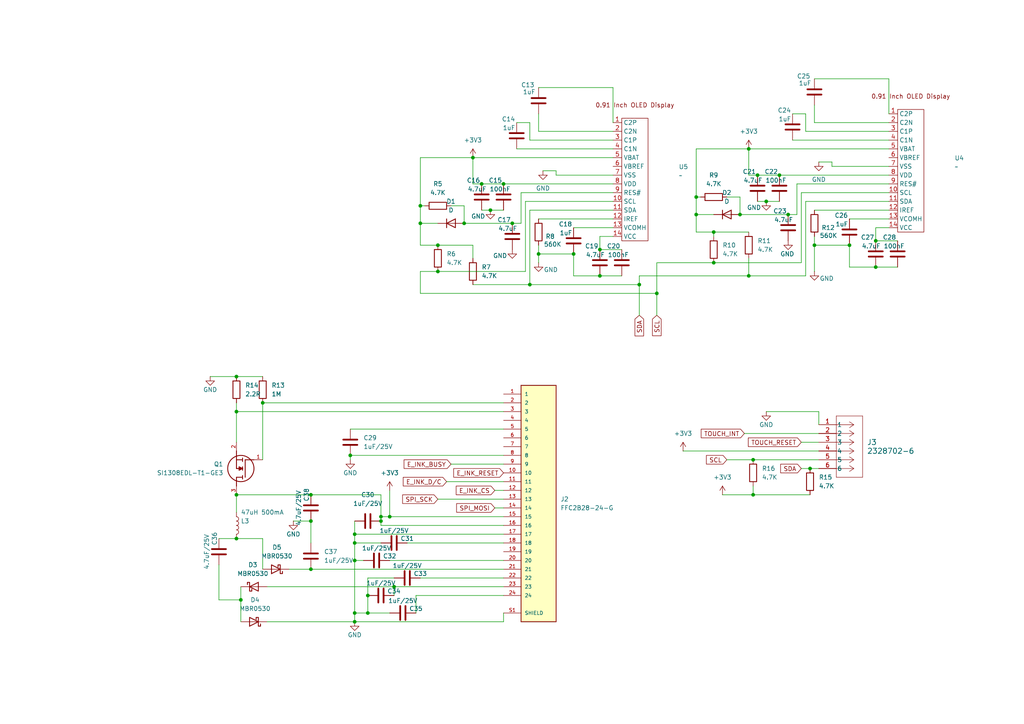
<source format=kicad_sch>
(kicad_sch (version 20250114) (generator "eeschema") (generator_version "9.0")
  (paper "A4")
  (lib_symbols
    (symbol "0.91 inch OLED:0.91_inch_OLED"
      (property "Reference" "U" (at 0 0 0))
      (symbol "0.91_inch_OLED_0_1"
        (rectangle (start -3.81 21.59) (end 3.81 -13.97))
      )
      (symbol "0.91_inch_OLED_1_1"
        (text "0.91 Inch OLED Display\n" (at 0 25.4 0) (effects (font (size 1.27 1.27))))
        (pin bidirectional line (at -6.35 20.32 0) (length 2.54) (name "C2P") (number "1"))
        (pin bidirectional line (at -6.35 17.78 0) (length 2.54) (name "C2N") (number "2"))
        (pin bidirectional line (at -6.35 15.24 0) (length 2.54) (name "C1P") (number "3"))
        (pin bidirectional line (at -6.35 12.7 0) (length 2.54) (name "C1N") (number "4"))
        (pin bidirectional line (at -6.35 10.16 0) (length 2.54) (name "VBAT") (number "5"))
        (pin bidirectional line (at -6.35 7.62 0) (length 2.54) (name "VBREF") (number "6"))
        (pin bidirectional line (at -6.35 5.08 0) (length 2.54) (name "VSS") (number "7"))
        (pin bidirectional line (at -6.35 2.54 0) (length 2.54) (name "VDD") (number "8"))
        (pin bidirectional line (at -6.35 0 0) (length 2.54) (name "RES#") (number "9"))
        (pin bidirectional line (at -6.35 -2.54 0) (length 2.54) (name "SCL") (number "10"))
        (pin bidirectional line (at -6.35 -5.08 0) (length 2.54) (name "SDA") (number "11"))
        (pin bidirectional line (at -6.35 -7.62 0) (length 2.54) (name "IREF") (number "12"))
        (pin bidirectional line (at -6.35 -10.16 0) (length 2.54) (name "VCOMH") (number "13"))
        (pin bidirectional line (at -6.35 -12.7 0) (length 2.54) (name "VCC") (number "14"))
      )
    )
    (symbol "2328702-6:2328702-6" (pin_names (offset 0.254))
      (property "Reference" "J" (at 8.89 6.35 0))
      (property "Value" "2328702-6" (at 0 0 0))
      (symbol "2328702-6_1_1"
        (polyline (pts (xy 5.08 2.54) (xy 5.08 -15.24)) (stroke (width 0.127)))
        (polyline (pts (xy 5.08 -15.24) (xy 12.7 -15.24)) (stroke (width 0.127)))
        (polyline (pts (xy 10.16 0) (xy 5.08 0)) (stroke (width 0.127)))
        (polyline (pts (xy 10.16 0) (xy 8.89 0.8467)) (stroke (width 0.127)))
        (polyline (pts (xy 10.16 0) (xy 8.89 -0.8467)) (stroke (width 0.127)))
        (polyline (pts (xy 10.16 -2.54) (xy 5.08 -2.54)) (stroke (width 0.127)))
        (polyline (pts (xy 10.16 -2.54) (xy 8.89 -1.6933)) (stroke (width 0.127)))
        (polyline (pts (xy 10.16 -2.54) (xy 8.89 -3.3867)) (stroke (width 0.127)))
        (polyline (pts (xy 10.16 -5.08) (xy 5.08 -5.08)) (stroke (width 0.127)))
        (polyline (pts (xy 10.16 -5.08) (xy 8.89 -4.2333)) (stroke (width 0.127)))
        (polyline (pts (xy 10.16 -5.08) (xy 8.89 -5.9267)) (stroke (width 0.127)))
        (polyline (pts (xy 10.16 -7.62) (xy 5.08 -7.62)) (stroke (width 0.127)))
        (polyline (pts (xy 10.16 -7.62) (xy 8.89 -6.7733)) (stroke (width 0.127)))
        (polyline (pts (xy 10.16 -7.62) (xy 8.89 -8.4667)) (stroke (width 0.127)))
        (polyline (pts (xy 10.16 -10.16) (xy 5.08 -10.16)) (stroke (width 0.127)))
        (polyline (pts (xy 10.16 -10.16) (xy 8.89 -9.3133)) (stroke (width 0.127)))
        (polyline (pts (xy 10.16 -10.16) (xy 8.89 -11.0067)) (stroke (width 0.127)))
        (polyline (pts (xy 10.16 -12.7) (xy 5.08 -12.7)) (stroke (width 0.127)))
        (polyline (pts (xy 10.16 -12.7) (xy 8.89 -11.8533)) (stroke (width 0.127)))
        (polyline (pts (xy 10.16 -12.7) (xy 8.89 -13.5467)) (stroke (width 0.127)))
        (polyline (pts (xy 12.7 2.54) (xy 5.08 2.54)) (stroke (width 0.127)))
        (polyline (pts (xy 12.7 -15.24) (xy 12.7 2.54)) (stroke (width 0.127)))
        (pin unspecified line (at 0 0 0) (length 5.08) (name "1") (number "1"))
        (pin unspecified line (at 0 -2.54 0) (length 5.08) (name "2") (number "2"))
        (pin unspecified line (at 0 -5.08 0) (length 5.08) (name "3") (number "3"))
        (pin unspecified line (at 0 -7.62 0) (length 5.08) (name "4") (number "4"))
        (pin unspecified line (at 0 -10.16 0) (length 5.08) (name "5") (number "5"))
        (pin unspecified line (at 0 -12.7 0) (length 5.08) (name "6") (number "6"))
      )
      (symbol "2328702-6_1_2"
        (polyline (pts (xy 5.08 2.54) (xy 5.08 -15.24)) (stroke (width 0.127)))
        (polyline (pts (xy 5.08 -15.24) (xy 12.7 -15.24)) (stroke (width 0.127)))
        (polyline (pts (xy 7.62 0) (xy 5.08 0)) (stroke (width 0.127)))
        (polyline (pts (xy 7.62 0) (xy 8.89 0.8467)) (stroke (width 0.127)))
        (polyline (pts (xy 7.62 0) (xy 8.89 -0.8467)) (stroke (width 0.127)))
        (polyline (pts (xy 7.62 -2.54) (xy 5.08 -2.54)) (stroke (width 0.127)))
        (polyline (pts (xy 7.62 -2.54) (xy 8.89 -1.6933)) (stroke (width 0.127)))
        (polyline (pts (xy 7.62 -2.54) (xy 8.89 -3.3867)) (stroke (width 0.127)))
        (polyline (pts (xy 7.62 -5.08) (xy 5.08 -5.08)) (stroke (width 0.127)))
        (polyline (pts (xy 7.62 -5.08) (xy 8.89 -4.2333)) (stroke (width 0.127)))
        (polyline (pts (xy 7.62 -5.08) (xy 8.89 -5.9267)) (stroke (width 0.127)))
        (polyline (pts (xy 7.62 -7.62) (xy 5.08 -7.62)) (stroke (width 0.127)))
        (polyline (pts (xy 7.62 -7.62) (xy 8.89 -6.7733)) (stroke (width 0.127)))
        (polyline (pts (xy 7.62 -7.62) (xy 8.89 -8.4667)) (stroke (width 0.127)))
        (polyline (pts (xy 7.62 -10.16) (xy 5.08 -10.16)) (stroke (width 0.127)))
        (polyline (pts (xy 7.62 -10.16) (xy 8.89 -9.3133)) (stroke (width 0.127)))
        (polyline (pts (xy 7.62 -10.16) (xy 8.89 -11.0067)) (stroke (width 0.127)))
        (polyline (pts (xy 7.62 -12.7) (xy 5.08 -12.7)) (stroke (width 0.127)))
        (polyline (pts (xy 7.62 -12.7) (xy 8.89 -11.8533)) (stroke (width 0.127)))
        (polyline (pts (xy 7.62 -12.7) (xy 8.89 -13.5467)) (stroke (width 0.127)))
        (polyline (pts (xy 12.7 2.54) (xy 5.08 2.54)) (stroke (width 0.127)))
        (polyline (pts (xy 12.7 -15.24) (xy 12.7 2.54)) (stroke (width 0.127)))
        (pin unspecified line (at 0 0 0) (length 5.08) (name "1") (number "1"))
        (pin unspecified line (at 0 -2.54 0) (length 5.08) (name "2") (number "2"))
        (pin unspecified line (at 0 -5.08 0) (length 5.08) (name "3") (number "3"))
        (pin unspecified line (at 0 -7.62 0) (length 5.08) (name "4") (number "4"))
        (pin unspecified line (at 0 -10.16 0) (length 5.08) (name "5") (number "5"))
        (pin unspecified line (at 0 -12.7 0) (length 5.08) (name "6") (number "6"))
      )
    )
    (symbol "Device:C" (pin_numbers (hide yes)) (pin_names (offset 0.254))
      (property "Reference" "C" (at 0.635 2.54 0))
      (property "Value" "C" (at 0.635 -2.54 0))
      (symbol "C_0_1"
        (polyline (pts (xy -2.032 0.762) (xy 2.032 0.762)) (stroke (width 0.508)))
        (polyline (pts (xy -2.032 -0.762) (xy 2.032 -0.762)) (stroke (width 0.508)))
      )
      (symbol "C_1_1"
        (pin passive line (at 0 3.81 270) (length 2.794) (name "~") (number "1"))
        (pin passive line (at 0 -3.81 90) (length 2.794) (name "~") (number "2"))
      )
    )
    (symbol "Device:D" (pin_numbers (hide yes)) (pin_names (offset 1.016) (hide yes))
      (property "Reference" "D" (at 0 2.54 0))
      (property "Value" "D" (at 0 -2.54 0))
      (symbol "D_0_1"
        (polyline (pts (xy -1.27 1.27) (xy -1.27 -1.27)) (stroke (width 0.254)))
        (polyline (pts (xy 1.27 1.27) (xy 1.27 -1.27) (xy -1.27 0) (xy 1.27 1.27)) (stroke (width 0.254)))
        (polyline (pts (xy 1.27 0) (xy -1.27 0)))
      )
      (symbol "D_1_1"
        (pin passive line (at -3.81 0 0) (length 2.54) (name "K") (number "1"))
        (pin passive line (at 3.81 0 180) (length 2.54) (name "A") (number "2"))
      )
    )
    (symbol "Device:D_Schottky" (pin_numbers (hide yes)) (pin_names (offset 1.016) (hide yes))
      (property "Reference" "D" (at 0 2.54 0))
      (property "Value" "D_Schottky" (at 0 -2.54 0))
      (symbol "D_Schottky_0_1"
        (polyline (pts (xy -1.905 0.635) (xy -1.905 1.27) (xy -1.27 1.27) (xy -1.27 -1.27) (xy -0.635 -1.27) (xy -0.635 -0.635)) (stroke (width 0.254)))
        (polyline (pts (xy 1.27 1.27) (xy 1.27 -1.27) (xy -1.27 0) (xy 1.27 1.27)) (stroke (width 0.254)))
        (polyline (pts (xy 1.27 0) (xy -1.27 0)))
      )
      (symbol "D_Schottky_1_1"
        (pin passive line (at -3.81 0 0) (length 2.54) (name "K") (number "1"))
        (pin passive line (at 3.81 0 180) (length 2.54) (name "A") (number "2"))
      )
    )
    (symbol "Device:L" (pin_numbers (hide yes)) (pin_names (offset 1.016) (hide yes))
      (property "Reference" "L" (at -1.27 0 90))
      (property "Value" "L" (at 1.905 0 90))
      (symbol "L_0_1"
        (arc (start 0 2.54) (mid 0.6323 1.905) (end 0 1.27))
        (arc (start 0 1.27) (mid 0.6323 0.635) (end 0 0))
        (arc (start 0 0) (mid 0.6323 -0.635) (end 0 -1.27))
        (arc (start 0 -1.27) (mid 0.6323 -1.905) (end 0 -2.54))
      )
      (symbol "L_1_1"
        (pin passive line (at 0 3.81 270) (length 1.27) (name "1") (number "1"))
        (pin passive line (at 0 -3.81 90) (length 1.27) (name "2") (number "2"))
      )
    )
    (symbol "Device:R" (pin_numbers (hide yes)) (pin_names (offset 0))
      (property "Reference" "R" (at 2.032 0 90))
      (property "Value" "R" (at 0 0 90))
      (symbol "R_0_1"
        (rectangle (start -1.016 -2.54) (end 1.016 2.54) (stroke (width 0.254)))
      )
      (symbol "R_1_1"
        (pin passive line (at 0 3.81 270) (length 1.27) (name "~") (number "1"))
        (pin passive line (at 0 -3.81 90) (length 1.27) (name "~") (number "2"))
      )
    )
    (symbol "FFC2B28-24-G:FFC2B28-24-G" (pin_names (offset 1.016))
      (property "Reference" "J" (at -5.08 33.782 0))
      (property "Value" "FFC2B28-24-G" (at -5.08 -38.1 0))
      (symbol "FFC2B28-24-G_0_0"
        (rectangle (start -5.08 -35.56) (end 5.08 33.02) (stroke (width 0.254)) (fill (type background)))
        (pin passive line (at -10.16 30.48 0) (length 5.08) (name "1") (number "1"))
        (pin passive line (at -10.16 27.94 0) (length 5.08) (name "2") (number "2"))
        (pin passive line (at -10.16 25.4 0) (length 5.08) (name "3") (number "3"))
        (pin passive line (at -10.16 22.86 0) (length 5.08) (name "4") (number "4"))
        (pin passive line (at -10.16 20.32 0) (length 5.08) (name "5") (number "5"))
        (pin passive line (at -10.16 17.78 0) (length 5.08) (name "6") (number "6"))
        (pin passive line (at -10.16 15.24 0) (length 5.08) (name "7") (number "7"))
        (pin passive line (at -10.16 12.7 0) (length 5.08) (name "8") (number "8"))
        (pin passive line (at -10.16 10.16 0) (length 5.08) (name "9") (number "9"))
        (pin passive line (at -10.16 7.62 0) (length 5.08) (name "10") (number "10"))
        (pin passive line (at -10.16 5.08 0) (length 5.08) (name "11") (number "11"))
        (pin passive line (at -10.16 2.54 0) (length 5.08) (name "12") (number "12"))
        (pin passive line (at -10.16 0 0) (length 5.08) (name "13") (number "13"))
        (pin passive line (at -10.16 -2.54 0) (length 5.08) (name "14") (number "14"))
        (pin passive line (at -10.16 -5.08 0) (length 5.08) (name "15") (number "15"))
        (pin passive line (at -10.16 -7.62 0) (length 5.08) (name "16") (number "16"))
        (pin passive line (at -10.16 -10.16 0) (length 5.08) (name "17") (number "17"))
        (pin passive line (at -10.16 -12.7 0) (length 5.08) (name "18") (number "18"))
        (pin passive line (at -10.16 -15.24 0) (length 5.08) (name "19") (number "19"))
        (pin passive line (at -10.16 -17.78 0) (length 5.08) (name "20") (number "20"))
        (pin passive line (at -10.16 -20.32 0) (length 5.08) (name "21") (number "21"))
        (pin passive line (at -10.16 -22.86 0) (length 5.08) (name "22") (number "22"))
        (pin passive line (at -10.16 -25.4 0) (length 5.08) (name "23") (number "23"))
        (pin passive line (at -10.16 -27.94 0) (length 5.08) (name "24") (number "24"))
        (pin passive line (at -10.16 -33.02 0) (length 5.08) (name "SHIELD") (number "S1"))
        (pin passive line (at -10.16 -33.02 0) (length 5.08) (hide yes) (name "SHIELD") (number "S2"))
      )
    )
    (symbol "SI1308EDL-T1-GE3:SI1308EDL-T1-GE3" (pin_names (offset 1.016))
      (property "Reference" "Q" (at 11.43 3.81 0))
      (property "Value" "SI1308EDL-T1-GE3" (at 11.43 1.27 0))
      (symbol "SI1308EDL-T1-GE3_0_0"
        (polyline (pts (xy 2.54 0) (xy 5.08 0)) (stroke (width 0.254)))
        (polyline (pts (xy 5.08 5.08) (xy 5.08 0)) (stroke (width 0.254)))
        (polyline (pts (xy 5.842 5.588) (xy 5.842 4.572)) (stroke (width 0.254)))
        (polyline (pts (xy 5.842 2.54) (xy 6.858 3.048) (xy 6.858 2.032) (xy 5.842 2.54)) (stroke (width 0.254)) (fill (type outline)))
        (polyline (pts (xy 5.842 2.032) (xy 5.842 3.048)) (stroke (width 0.254)))
        (polyline (pts (xy 5.842 0) (xy 7.62 0)) (stroke (width 0.254)))
        (polyline (pts (xy 5.842 -0.508) (xy 5.842 0.508)) (stroke (width 0.254)))
        (circle (center 6.35 2.54) (radius 3.81) (stroke (width 0.254)))
        (polyline (pts (xy 7.62 5.08) (xy 5.842 5.08)) (stroke (width 0.254)))
        (polyline (pts (xy 7.62 5.08) (xy 7.62 7.62)) (stroke (width 0.254)))
        (polyline (pts (xy 7.62 2.54) (xy 5.842 2.54)) (stroke (width 0.254)))
        (polyline (pts (xy 7.62 2.54) (xy 7.62 -2.54)) (stroke (width 0.254)))
        (pin bidirectional line (at 0 0 0) (length 2.54) (name "~") (number "1"))
        (pin bidirectional line (at 7.62 10.16 270) (length 2.54) (name "~") (number "3"))
        (pin bidirectional line (at 7.62 -5.08 90) (length 2.54) (name "~") (number "2"))
      )
    )
    (symbol "power:+3V3" (power) (pin_numbers (hide yes)) (pin_names (offset 0) (hide yes))
      (property "Value" "+3V3" (at 0 3.556 0))
      (symbol "+3V3_0_1"
        (polyline (pts (xy -0.762 1.27) (xy 0 2.54)))
        (polyline (pts (xy 0 2.54) (xy 0.762 1.27)))
        (polyline (pts (xy 0 0) (xy 0 2.54)))
      )
      (symbol "+3V3_1_1"
        (pin power_in line (at 0 0 90) (length 0) (name "~") (number "1"))
      )
    )
    (symbol "power:GND" (power) (pin_numbers (hide yes)) (pin_names (offset 0) (hide yes))
      (property "Value" "GND" (at 0 -3.81 0))
      (symbol "GND_0_1"
        (polyline (pts (xy 0 0) (xy 0 -1.27) (xy 1.27 -1.27) (xy 0 -2.54) (xy -1.27 -1.27) (xy 0 -1.27)))
      )
      (symbol "GND_1_1"
        (pin power_in line (at 0 0 270) (length 0) (name "~") (number "1"))
      )
    )
  )
  (junction (at 110.49 151.13))
  (junction (at 201.93 62.23))
  (junction (at 114.3 170.18))
  (junction (at 217.17 43.18))
  (junction (at 102.87 157.48))
  (junction (at 207.01 67.31))
  (junction (at 148.59 64.77))
  (junction (at 127 78.74))
  (junction (at 102.87 177.8))
  (junction (at 153.67 82.55))
  (junction (at 219.71 50.8))
  (junction (at 68.58 119.38))
  (junction (at 137.16 45.72))
  (junction (at 134.62 64.77))
  (junction (at 246.38 71.12))
  (junction (at 234.95 135.89))
  (junction (at 102.87 154.94))
  (junction (at 228.6 62.23))
  (junction (at 254 77.47))
  (junction (at 102.87 162.56))
  (junction (at 121.92 64.77))
  (junction (at 218.44 143.51))
  (junction (at 222.25 58.42))
  (junction (at 139.7 53.34))
  (junction (at 190.5 85.09))
  (junction (at 106.68 177.8))
  (junction (at 207.01 76.2))
  (junction (at 69.85 173.99))
  (junction (at 173.99 72.39))
  (junction (at 173.99 80.01))
  (junction (at 121.92 59.69))
  (junction (at 214.63 62.23))
  (junction (at 110.49 149.86))
  (junction (at 217.17 80.01))
  (junction (at 146.05 53.34))
  (junction (at 142.24 60.96))
  (junction (at 185.42 82.55))
  (junction (at 90.17 165.1))
  (junction (at 76.2 116.84))
  (junction (at 90.17 143.51))
  (junction (at 127 71.12))
  (junction (at 226.06 50.8))
  (junction (at 68.58 109.22))
  (junction (at 236.22 71.12))
  (junction (at 156.21 73.66))
  (junction (at 106.68 172.72))
  (junction (at 68.58 156.21))
  (junction (at 113.03 149.86))
  (junction (at 102.87 180.34))
  (junction (at 201.93 57.15))
  (junction (at 90.17 151.13))
  (junction (at 166.37 73.66))
  (junction (at 254 69.85))
  (junction (at 218.44 133.35))
  (junction (at 101.6 132.08))
  (junction (at 68.58 143.51))
  (wire (pts (xy 234.95 143.51) (xy 218.44 143.51)))
  (wire (pts (xy 76.2 116.84) (xy 76.2 133.35)))
  (wire (pts (xy 127 78.74) (xy 152.4 78.74)))
  (wire (pts (xy 151.13 55.88) (xy 151.13 64.77)))
  (wire (pts (xy 198.12 130.81) (xy 237.49 130.81)))
  (wire (pts (xy 231.14 62.23) (xy 228.6 62.23)))
  (wire (pts (xy 254 69.85) (xy 260.35 69.85)))
  (wire (pts (xy 201.93 62.23) (xy 201.93 57.15)))
  (wire (pts (xy 156.21 38.1) (xy 177.8 38.1)))
  (wire (pts (xy 210.82 133.35) (xy 218.44 133.35)))
  (wire (pts (xy 113.03 177.8) (xy 106.68 177.8)))
  (wire (pts (xy 173.99 80.01) (xy 166.37 80.01)))
  (wire (pts (xy 236.22 60.96) (xy 257.81 60.96)))
  (wire (pts (xy 233.68 80.01) (xy 233.68 58.42)))
  (wire (pts (xy 113.03 142.24) (xy 113.03 149.86)))
  (wire (pts (xy 121.92 71.12) (xy 127 71.12)))
  (wire (pts (xy 77.47 170.18) (xy 114.3 170.18)))
  (wire (pts (xy 210.82 57.15) (xy 214.63 57.15)))
  (wire (pts (xy 156.21 33.02) (xy 156.21 38.1)))
  (wire (pts (xy 219.71 58.42) (xy 222.25 58.42)))
  (wire (pts (xy 201.93 57.15) (xy 203.2 57.15)))
  (wire (pts (xy 60.96 109.22) (xy 68.58 109.22)))
  (wire (pts (xy 156.21 73.66) (xy 166.37 73.66)))
  (wire (pts (xy 257.81 66.04) (xy 254 66.04)))
  (wire (pts (xy 214.63 57.15) (xy 214.63 62.23)))
  (wire (pts (xy 166.37 80.01) (xy 166.37 73.66)))
  (wire (pts (xy 102.87 162.56) (xy 102.87 157.48)))
  (wire (pts (xy 156.21 76.2) (xy 156.21 73.66)))
  (wire (pts (xy 137.16 53.34) (xy 137.16 45.72)))
  (wire (pts (xy 201.93 43.18) (xy 201.93 57.15)))
  (wire (pts (xy 146.05 116.84) (xy 76.2 116.84)))
  (wire (pts (xy 102.87 162.56) (xy 105.41 162.56)))
  (wire (pts (xy 143.51 147.32) (xy 146.05 147.32)))
  (wire (pts (xy 153.67 40.64) (xy 153.67 35.56)))
  (wire (pts (xy 229.87 40.64) (xy 257.81 40.64)))
  (wire (pts (xy 190.5 76.2) (xy 207.01 76.2)))
  (wire (pts (xy 177.8 53.34) (xy 146.05 53.34)))
  (wire (pts (xy 69.85 170.18) (xy 69.85 173.99)))
  (wire (pts (xy 217.17 50.8) (xy 219.71 50.8)))
  (wire (pts (xy 231.14 53.34) (xy 231.14 62.23)))
  (wire (pts (xy 121.92 59.69) (xy 123.19 59.69)))
  (wire (pts (xy 222.25 58.42) (xy 226.06 58.42)))
  (wire (pts (xy 233.68 33.02) (xy 229.87 33.02)))
  (wire (pts (xy 137.16 74.93) (xy 137.16 71.12)))
  (wire (pts (xy 257.81 50.8) (xy 226.06 50.8)))
  (wire (pts (xy 156.21 63.5) (xy 177.8 63.5)))
  (wire (pts (xy 77.47 180.34) (xy 102.87 180.34)))
  (wire (pts (xy 102.87 157.48) (xy 110.49 157.48)))
  (wire (pts (xy 127 64.77) (xy 121.92 64.77)))
  (wire (pts (xy 237.49 119.38) (xy 222.25 119.38)))
  (wire (pts (xy 217.17 80.01) (xy 233.68 80.01)))
  (wire (pts (xy 217.17 43.18) (xy 201.93 43.18)))
  (wire (pts (xy 207.01 67.31) (xy 207.01 68.58)))
  (wire (pts (xy 246.38 77.47) (xy 246.38 71.12)))
  (wire (pts (xy 68.58 109.22) (xy 76.2 109.22)))
  (wire (pts (xy 152.4 78.74) (xy 152.4 58.42)))
  (wire (pts (xy 173.99 80.01) (xy 180.34 80.01)))
  (wire (pts (xy 177.8 40.64) (xy 153.67 40.64)))
  (wire (pts (xy 106.68 177.8) (xy 106.68 172.72)))
  (wire (pts (xy 134.62 59.69) (xy 134.62 64.77)))
  (wire (pts (xy 113.03 149.86) (xy 110.49 149.86)))
  (wire (pts (xy 236.22 71.12) (xy 246.38 71.12)))
  (wire (pts (xy 63.5 163.83) (xy 63.5 173.99)))
  (wire (pts (xy 146.05 53.34) (xy 139.7 53.34)))
  (wire (pts (xy 139.7 60.96) (xy 142.24 60.96)))
  (wire (pts (xy 152.4 58.42) (xy 177.8 58.42)))
  (wire (pts (xy 121.92 78.74) (xy 121.92 85.09)))
  (wire (pts (xy 121.92 45.72) (xy 121.92 59.69)))
  (wire (pts (xy 142.24 60.96) (xy 146.05 60.96)))
  (wire (pts (xy 118.11 157.48) (xy 146.05 157.48)))
  (wire (pts (xy 110.49 149.86) (xy 110.49 143.51)))
  (wire (pts (xy 226.06 50.8) (xy 219.71 50.8)))
  (wire (pts (xy 110.49 143.51) (xy 90.17 143.51)))
  (wire (pts (xy 209.55 143.51) (xy 218.44 143.51)))
  (wire (pts (xy 232.41 55.88) (xy 257.81 55.88)))
  (wire (pts (xy 137.16 45.72) (xy 177.8 45.72)))
  (wire (pts (xy 69.85 173.99) (xy 69.85 180.34)))
  (wire (pts (xy 137.16 45.72) (xy 121.92 45.72)))
  (wire (pts (xy 185.42 82.55) (xy 153.67 82.55)))
  (wire (pts (xy 236.22 30.48) (xy 236.22 35.56)))
  (wire (pts (xy 234.95 135.89) (xy 237.49 135.89)))
  (wire (pts (xy 137.16 53.34) (xy 139.7 53.34)))
  (wire (pts (xy 68.58 143.51) (xy 68.58 148.59)))
  (wire (pts (xy 137.16 71.12) (xy 127 71.12)))
  (wire (pts (xy 246.38 63.5) (xy 257.81 63.5)))
  (wire (pts (xy 102.87 177.8) (xy 106.68 177.8)))
  (wire (pts (xy 207.01 76.2) (xy 232.41 76.2)))
  (wire (pts (xy 177.8 25.4) (xy 177.8 35.56)))
  (wire (pts (xy 156.21 25.4) (xy 177.8 25.4)))
  (wire (pts (xy 218.44 143.51) (xy 218.44 140.97)))
  (wire (pts (xy 217.17 67.31) (xy 207.01 67.31)))
  (wire (pts (xy 232.41 128.27) (xy 237.49 128.27)))
  (wire (pts (xy 130.81 59.69) (xy 134.62 59.69)))
  (wire (pts (xy 146.05 149.86) (xy 113.03 149.86)))
  (wire (pts (xy 146.05 152.4) (xy 110.49 152.4)))
  (wire (pts (xy 173.99 68.58) (xy 173.99 72.39)))
  (wire (pts (xy 257.81 22.86) (xy 257.81 33.02)))
  (wire (pts (xy 236.22 22.86) (xy 257.81 22.86)))
  (wire (pts (xy 218.44 133.35) (xy 237.49 133.35)))
  (wire (pts (xy 129.54 139.7) (xy 146.05 139.7)))
  (wire (pts (xy 254 66.04) (xy 254 69.85)))
  (wire (pts (xy 113.03 162.56) (xy 146.05 162.56)))
  (wire (pts (xy 76.2 165.1) (xy 76.2 156.21)))
  (wire (pts (xy 156.21 73.66) (xy 156.21 71.12)))
  (wire (pts (xy 146.05 124.46) (xy 101.6 124.46)))
  (wire (pts (xy 217.17 50.8) (xy 217.17 43.18)))
  (wire (pts (xy 173.99 72.39) (xy 180.34 72.39)))
  (wire (pts (xy 101.6 133.35) (xy 101.6 132.08)))
  (wire (pts (xy 161.29 50.8) (xy 161.29 49.53)))
  (wire (pts (xy 217.17 43.18) (xy 257.81 43.18)))
  (wire (pts (xy 185.42 80.01) (xy 185.42 82.55)))
  (wire (pts (xy 68.58 116.84) (xy 68.58 119.38)))
  (wire (pts (xy 228.6 62.23) (xy 214.63 62.23)))
  (wire (pts (xy 90.17 143.51) (xy 68.58 143.51)))
  (wire (pts (xy 90.17 151.13) (xy 85.09 151.13)))
  (wire (pts (xy 68.58 119.38) (xy 146.05 119.38)))
  (wire (pts (xy 257.81 53.34) (xy 231.14 53.34)))
  (wire (pts (xy 110.49 152.4) (xy 110.49 151.13)))
  (wire (pts (xy 146.05 180.34) (xy 102.87 180.34)))
  (wire (pts (xy 102.87 177.8) (xy 102.87 180.34)))
  (wire (pts (xy 185.42 80.01) (xy 217.17 80.01)))
  (wire (pts (xy 83.82 165.1) (xy 90.17 165.1)))
  (wire (pts (xy 63.5 173.99) (xy 69.85 173.99)))
  (wire (pts (xy 149.86 43.18) (xy 177.8 43.18)))
  (wire (pts (xy 257.81 38.1) (xy 233.68 38.1)))
  (wire (pts (xy 236.22 71.12) (xy 236.22 68.58)))
  (wire (pts (xy 102.87 177.8) (xy 102.87 162.56)))
  (wire (pts (xy 233.68 38.1) (xy 233.68 33.02)))
  (wire (pts (xy 190.5 85.09) (xy 190.5 91.44)))
  (wire (pts (xy 236.22 35.56) (xy 257.81 35.56)))
  (wire (pts (xy 102.87 154.94) (xy 102.87 157.48)))
  (wire (pts (xy 143.51 142.24) (xy 146.05 142.24)))
  (wire (pts (xy 114.3 170.18) (xy 114.3 172.72)))
  (wire (pts (xy 237.49 123.19) (xy 237.49 119.38)))
  (wire (pts (xy 148.59 64.77) (xy 134.62 64.77)))
  (wire (pts (xy 120.65 172.72) (xy 146.05 172.72)))
  (wire (pts (xy 153.67 60.96) (xy 177.8 60.96)))
  (wire (pts (xy 127 144.78) (xy 146.05 144.78)))
  (wire (pts (xy 254 77.47) (xy 260.35 77.47)))
  (wire (pts (xy 102.87 151.13) (xy 102.87 154.94)))
  (wire (pts (xy 254 77.47) (xy 246.38 77.47)))
  (wire (pts (xy 241.3 46.99) (xy 237.49 46.99)))
  (wire (pts (xy 161.29 49.53) (xy 157.48 49.53)))
  (wire (pts (xy 90.17 165.1) (xy 146.05 165.1)))
  (wire (pts (xy 114.3 167.64) (xy 106.68 167.64)))
  (wire (pts (xy 130.81 134.62) (xy 146.05 134.62)))
  (wire (pts (xy 121.92 167.64) (xy 146.05 167.64)))
  (wire (pts (xy 137.16 82.55) (xy 153.67 82.55)))
  (wire (pts (xy 68.58 119.38) (xy 68.58 128.27)))
  (wire (pts (xy 185.42 82.55) (xy 185.42 91.44)))
  (wire (pts (xy 102.87 154.94) (xy 146.05 154.94)))
  (wire (pts (xy 207.01 62.23) (xy 201.93 62.23)))
  (wire (pts (xy 241.3 48.26) (xy 241.3 46.99)))
  (wire (pts (xy 217.17 74.93) (xy 217.17 80.01)))
  (wire (pts (xy 177.8 50.8) (xy 161.29 50.8)))
  (wire (pts (xy 63.5 156.21) (xy 68.58 156.21)))
  (wire (pts (xy 236.22 78.74) (xy 236.22 71.12)))
  (wire (pts (xy 121.92 85.09) (xy 190.5 85.09)))
  (wire (pts (xy 121.92 64.77) (xy 121.92 71.12)))
  (wire (pts (xy 153.67 82.55) (xy 153.67 60.96)))
  (wire (pts (xy 110.49 149.86) (xy 110.49 151.13)))
  (wire (pts (xy 151.13 64.77) (xy 148.59 64.77)))
  (wire (pts (xy 190.5 85.09) (xy 190.5 76.2)))
  (wire (pts (xy 101.6 132.08) (xy 146.05 132.08)))
  (wire (pts (xy 215.9 125.73) (xy 237.49 125.73)))
  (wire (pts (xy 166.37 66.04) (xy 177.8 66.04)))
  (wire (pts (xy 121.92 64.77) (xy 121.92 59.69)))
  (wire (pts (xy 201.93 62.23) (xy 201.93 67.31)))
  (wire (pts (xy 233.68 58.42) (xy 257.81 58.42)))
  (wire (pts (xy 232.41 76.2) (xy 232.41 55.88)))
  (wire (pts (xy 146.05 170.18) (xy 114.3 170.18)))
  (wire (pts (xy 177.8 68.58) (xy 173.99 68.58)))
  (wire (pts (xy 153.67 35.56) (xy 149.86 35.56)))
  (wire (pts (xy 120.65 177.8) (xy 120.65 172.72)))
  (wire (pts (xy 177.8 55.88) (xy 151.13 55.88)))
  (wire (pts (xy 121.92 78.74) (xy 127 78.74)))
  (wire (pts (xy 146.05 177.8) (xy 146.05 180.34)))
  (wire (pts (xy 68.58 156.21) (xy 76.2 156.21)))
  (wire (pts (xy 232.41 135.89) (xy 234.95 135.89)))
  (wire (pts (xy 106.68 167.64) (xy 106.68 172.72)))
  (wire (pts (xy 90.17 157.48) (xy 90.17 151.13)))
  (wire (pts (xy 201.93 67.31) (xy 207.01 67.31)))
  (wire (pts (xy 257.81 48.26) (xy 241.3 48.26)))
  (global_label "SPI_SCK" (shape input) (at 127 144.78 180) (property "Intersheetrefs" "${INTERSHEET_REFS}" (effects (hide yes))))
  (global_label "TOUCH_RESET" (shape input) (at 232.41 128.27 180) (property "Intersheetrefs" "${INTERSHEET_REFS}" (effects (hide yes))))
  (global_label "SPI_MOSI" (shape input) (at 143.51 147.32 180) (property "Intersheetrefs" "${INTERSHEET_REFS}" (effects (hide yes))))
  (global_label "SCL" (shape input) (at 190.5 91.44 270) (property "Intersheetrefs" "${INTERSHEET_REFS}" (effects (hide yes))))
  (global_label "E_INK_BUSY" (shape input) (at 130.81 134.62 180) (property "Intersheetrefs" "${INTERSHEET_REFS}" (effects (hide yes))))
  (global_label "TOUCH_INT" (shape input) (at 215.9 125.73 180) (property "Intersheetrefs" "${INTERSHEET_REFS}" (effects (hide yes))))
  (global_label "E_INK_CS" (shape input) (at 143.51 142.24 180) (property "Intersheetrefs" "${INTERSHEET_REFS}" (effects (hide yes))))
  (global_label "SDA" (shape input) (at 185.42 91.44 270) (property "Intersheetrefs" "${INTERSHEET_REFS}" (effects (hide yes))))
  (global_label "SCL" (shape input) (at 210.82 133.35 180) (property "Intersheetrefs" "${INTERSHEET_REFS}" (effects (hide yes))))
  (global_label "E_INK_D{slash}C" (shape input) (at 129.54 139.7 180) (property "Intersheetrefs" "${INTERSHEET_REFS}" (effects (hide yes))))
  (global_label "SDA" (shape input) (at 232.41 135.89 180) (property "Intersheetrefs" "${INTERSHEET_REFS}" (effects (hide yes))))
  (global_label "E_INK_RESET" (shape input) (at 146.05 137.16 180) (property "Intersheetrefs" "${INTERSHEET_REFS}" (effects (hide yes))))
  (symbol (lib_id "Device:C") (at 114.3 157.48 90) (unit 1)
    (property "Reference" "C31" (at 118.11 156.21 90))
    (property "Value" "1uF/25V" (at 114.3 153.924 90))
    (property "Description" "Unpolarized capacitor" (effects (hide yes)))
  )
  (symbol (lib_id "Device:C") (at 109.22 162.56 90) (unit 1)
    (property "Reference" "C32" (at 113.03 161.29 90))
    (property "Value" "1uF/25V" (at 109.22 159.004 90))
    (property "Description" "Unpolarized capacitor" (effects (hide yes)))
  )
  (symbol (lib_id "Device:D_Schottky") (at 73.66 180.34 180) (unit 1)
    (property "Reference" "D4" (at 73.9775 173.99 0))
    (property "Value" "MBR0530" (at 73.9775 176.53 0))
    (property "Description" "Schottky diode" (effects (hide yes)))
  )
  (symbol (lib_id "Device:D") (at 130.81 64.77 0) (unit 1)
    (property "Reference" "D1" (at 130.81 58.42 0))
    (property "Value" "D" (at 130.81 60.96 0))
    (property "Description" "Diode" (effects (hide yes)))
    (property "Sim.Device" "D" (effects (hide yes)))
    (property "Sim.Pins" "1=K 2=A" (effects (hide yes)))
  )
  (symbol (lib_id "Device:R") (at 207.01 72.39 180) (unit 1)
    (property "Reference" "R10" (at 209.55 71.1199 0) (effects (justify right)))
    (property "Value" "4.7K" (at 209.55 73.6599 0) (effects (justify right)))
    (property "Description" "Resistor" (effects (hide yes)))
  )
  (symbol (lib_id "power:GND") (at 156.21 76.2 0) (unit 1)
    (property "Reference" "#PWR025" (effects (hide yes)))
    (property "Value" "GND" (at 159.766 78.232 0))
    (property "Description" "Power symbol creates a global label with name \"GND\" , ground" (effects (hide yes)))
  )
  (symbol (lib_id "Device:C") (at 229.87 36.83 0) (unit 1)
    (property "Reference" "C24" (at 225.552 32.004 0) (effects (justify left)))
    (property "Value" "1uF" (at 225.806 34.544 0) (effects (justify left)))
    (property "Description" "Unpolarized capacitor" (effects (hide yes)))
  )
  (symbol (lib_id "0.91 inch OLED:0.91_inch_OLED") (at 184.15 55.88 0) (unit 1)
    (property "Reference" "U5" (at 196.85 48.3841 0) (effects (justify left)))
    (property "Value" "~" (at 196.85 50.9241 0) (effects (justify left)))
  )
  (symbol (lib_id "power:+3V3") (at 209.55 143.51 0) (unit 1)
    (property "Reference" "#PWR038" (effects (hide yes)))
    (property "Value" "+3V3" (at 209.55 138.43 0))
    (property "Description" "Power symbol creates a global label with name \"+3V3\"" (effects (hide yes)))
  )
  (symbol (lib_id "power:GND") (at 101.6 133.35 0) (unit 1)
    (property "Reference" "#PWR033" (effects (hide yes)))
    (property "Value" "GND" (at 101.6 137.16 0))
    (property "Description" "Power symbol creates a global label with name \"GND\" , ground" (effects (hide yes)))
  )
  (symbol (lib_id "Device:C") (at 149.86 39.37 0) (unit 1)
    (property "Reference" "C14" (at 145.542 34.544 0) (effects (justify left)))
    (property "Value" "1uF" (at 145.796 37.084 0) (effects (justify left)))
    (property "Description" "Unpolarized capacitor" (effects (hide yes)))
  )
  (symbol (lib_id "Device:R") (at 127 74.93 180) (unit 1)
    (property "Reference" "R6" (at 129.54 73.6599 0) (effects (justify right)))
    (property "Value" "4.7K" (at 129.54 76.1999 0) (effects (justify right)))
    (property "Description" "Resistor" (effects (hide yes)))
  )
  (symbol (lib_id "Device:L") (at 68.58 152.4 0) (unit 1)
    (property "Reference" "L3" (at 69.85 151.1299 0) (effects (justify left)))
    (property "Value" "47uH 500mA" (at 69.85 148.59 0) (effects (justify left)))
    (property "Description" "Inductor" (effects (hide yes)))
  )
  (symbol (lib_id "Device:R") (at 234.95 139.7 180) (unit 1)
    (property "Reference" "R15" (at 237.49 138.4299 0) (effects (justify right)))
    (property "Value" "4.7K" (at 237.49 140.9699 0) (effects (justify right)))
    (property "Description" "Resistor" (effects (hide yes)))
  )
  (symbol (lib_id "Device:D") (at 210.82 62.23 0) (unit 1)
    (property "Reference" "D2" (at 210.82 55.88 0))
    (property "Value" "D" (at 210.82 58.42 0))
    (property "Description" "Diode" (effects (hide yes)))
    (property "Sim.Device" "D" (effects (hide yes)))
    (property "Sim.Pins" "1=K 2=A" (effects (hide yes)))
  )
  (symbol (lib_id "power:+3V3") (at 198.12 130.81 0) (unit 1)
    (property "Reference" "#PWR032" (effects (hide yes)))
    (property "Value" "+3V3" (at 198.12 125.73 0))
    (property "Description" "Power symbol creates a global label with name \"+3V3\"" (effects (hide yes)))
  )
  (symbol (lib_id "power:GND") (at 142.24 60.96 0) (unit 1)
    (property "Reference" "#PWR023" (effects (hide yes)))
    (property "Value" "GND" (at 138.684 62.738 0))
    (property "Description" "Power symbol creates a global label with name \"GND\" , ground" (effects (hide yes)))
  )
  (symbol (lib_id "Device:R") (at 156.21 67.31 180) (unit 1)
    (property "Reference" "R8" (at 158.242 68.58 0) (effects (justify right)))
    (property "Value" "560K" (at 157.734 70.866 0) (effects (justify right)))
    (property "Description" "Resistor" (effects (hide yes)))
  )
  (symbol (lib_id "power:GND") (at 237.49 46.99 0) (unit 1)
    (property "Reference" "#PWR030" (effects (hide yes)))
    (property "Value" "GND" (at 237.49 52.07 0))
    (property "Description" "Power symbol creates a global label with name \"GND\" , ground" (effects (hide yes)))
  )
  (symbol (lib_id "Device:D_Schottky") (at 80.01 165.1 180) (unit 1)
    (property "Reference" "D5" (at 80.3275 158.75 0))
    (property "Value" "MBR0530" (at 80.3275 161.29 0))
    (property "Description" "Schottky diode" (effects (hide yes)))
  )
  (symbol (lib_id "power:GND") (at 236.22 78.74 0) (unit 1)
    (property "Reference" "#PWR029" (effects (hide yes)))
    (property "Value" "GND" (at 239.776 80.772 0))
    (property "Description" "Power symbol creates a global label with name \"GND\" , ground" (effects (hide yes)))
  )
  (symbol (lib_id "Device:C") (at 90.17 147.32 180) (unit 1)
    (property "Reference" "C38" (at 88.9 143.51 90))
    (property "Value" "4.7uF/25V" (at 86.614 147.32 90))
    (property "Description" "Unpolarized capacitor" (effects (hide yes)))
  )
  (symbol (lib_id "Device:C") (at 246.38 67.31 0) (unit 1)
    (property "Reference" "C26" (at 242.062 62.484 0) (effects (justify left)))
    (property "Value" "1uF" (at 242.316 65.024 0) (effects (justify left)))
    (property "Description" "Unpolarized capacitor" (effects (hide yes)))
  )
  (symbol (lib_id "Device:C") (at 139.7 57.15 0) (unit 1)
    (property "Reference" "C16" (at 135.382 52.324 0) (effects (justify left)))
    (property "Value" "4.7uF" (at 135.636 54.864 0) (effects (justify left)))
    (property "Description" "Unpolarized capacitor" (effects (hide yes)))
  )
  (symbol (lib_id "Device:C") (at 226.06 54.61 0) (unit 1)
    (property "Reference" "C22" (at 221.742 49.784 0) (effects (justify left)))
    (property "Value" "100nF" (at 221.996 52.324 0) (effects (justify left)))
    (property "Description" "Unpolarized capacitor" (effects (hide yes)))
  )
  (symbol (lib_id "power:GND") (at 157.48 49.53 0) (unit 1)
    (property "Reference" "#PWR022" (effects (hide yes)))
    (property "Value" "GND" (at 157.48 54.61 0))
    (property "Description" "Power symbol creates a global label with name \"GND\" , ground" (effects (hide yes)))
  )
  (symbol (lib_id "Device:C") (at 101.6 128.27 0) (unit 1)
    (property "Reference" "C29" (at 105.41 126.9999 0) (effects (justify left)))
    (property "Value" "1uF/25V" (at 105.41 129.5399 0) (effects (justify left)))
    (property "Description" "Unpolarized capacitor" (effects (hide yes)))
  )
  (symbol (lib_id "power:GND") (at 228.6 69.85 0) (unit 1)
    (property "Reference" "#PWR028" (effects (hide yes)))
    (property "Value" "GND" (at 228.346 73.66 0))
    (property "Description" "Power symbol creates a global label with name \"GND\" , ground" (effects (hide yes)))
  )
  (symbol (lib_id "Device:C") (at 148.59 68.58 0) (unit 1)
    (property "Reference" "C17" (at 144.272 63.754 0) (effects (justify left)))
    (property "Value" "4.7uF" (at 144.526 66.294 0) (effects (justify left)))
    (property "Description" "Unpolarized capacitor" (effects (hide yes)))
  )
  (symbol (lib_id "Device:C") (at 219.71 54.61 0) (unit 1)
    (property "Reference" "C21" (at 215.392 49.784 0) (effects (justify left)))
    (property "Value" "4.7uF" (at 215.646 52.324 0) (effects (justify left)))
    (property "Description" "Unpolarized capacitor" (effects (hide yes)))
  )
  (symbol (lib_id "Device:C") (at 260.35 73.66 0) (unit 1)
    (property "Reference" "C28" (at 256.032 68.834 0) (effects (justify left)))
    (property "Value" "100nF" (at 256.286 71.374 0) (effects (justify left)))
    (property "Description" "Unpolarized capacitor" (effects (hide yes)))
  )
  (symbol (lib_id "Device:C") (at 166.37 69.85 0) (unit 1)
    (property "Reference" "C18" (at 162.052 65.024 0) (effects (justify left)))
    (property "Value" "1uF" (at 162.306 67.564 0) (effects (justify left)))
    (property "Description" "Unpolarized capacitor" (effects (hide yes)))
  )
  (symbol (lib_id "Device:C") (at 236.22 26.67 0) (unit 1)
    (property "Reference" "C25" (at 231.14 22.098 0) (effects (justify left)))
    (property "Value" "1uF" (at 231.648 24.13 0) (effects (justify left)))
    (property "Description" "Unpolarized capacitor" (effects (hide yes)))
  )
  (symbol (lib_id "Device:C") (at 118.11 167.64 90) (unit 1)
    (property "Reference" "C33" (at 121.92 166.37 90))
    (property "Value" "1uF/25V" (at 118.11 164.084 90))
    (property "Description" "Unpolarized capacitor" (effects (hide yes)))
  )
  (symbol (lib_id "power:GND") (at 148.59 72.39 0) (unit 1)
    (property "Reference" "#PWR024" (effects (hide yes)))
    (property "Value" "GND" (at 145.034 74.168 0))
    (property "Description" "Power symbol creates a global label with name \"GND\" , ground" (effects (hide yes)))
  )
  (symbol (lib_id "Device:R") (at 217.17 71.12 180) (unit 1)
    (property "Reference" "R11" (at 219.71 69.8499 0) (effects (justify right)))
    (property "Value" "4.7K" (at 219.71 72.3899 0) (effects (justify right)))
    (property "Description" "Resistor" (effects (hide yes)))
  )
  (symbol (lib_id "Device:C") (at 63.5 160.02 180) (unit 1)
    (property "Reference" "C36" (at 62.23 156.21 90))
    (property "Value" "4.7uF/25V" (at 59.944 160.02 90))
    (property "Description" "Unpolarized capacitor" (effects (hide yes)))
  )
  (symbol (lib_id "Device:C") (at 110.49 172.72 90) (unit 1)
    (property "Reference" "C34" (at 114.3 171.45 90))
    (property "Value" "1uF/25V" (at 110.49 169.164 90))
    (property "Description" "Unpolarized capacitor" (effects (hide yes)))
  )
  (symbol (lib_id "2328702-6:2328702-6") (at 237.49 123.19 0) (unit 1)
    (property "Reference" "J3" (at 251.46 128.2699 0) (effects (font (size 1.524 1.524)) (justify left)))
    (property "Value" "2328702-6" (at 251.46 130.8099 0) (effects (font (size 1.524 1.524)) (justify left)))
    (property "Footprint" "CONN6_2328702-6_TEC" (effects (hide yes)))
    (property "Datasheet" "https://www.te.com/commerce/DocumentDelivery/DDEController?Action=srchrtrv&DocNm=1-1773959-7-FPC-Connectors-CN&DocType=Data+Sheet&DocLang=English&PartCntxt=2328702-6&DocFormat=pdf" (effects (hide yes)))
  )
  (symbol (lib_id "Device:R") (at 127 59.69 90) (unit 1)
    (property "Reference" "R5" (at 127 53.34 90))
    (property "Value" "4.7K" (at 127 55.88 90))
    (property "Description" "Resistor" (effects (hide yes)))
  )
  (symbol (lib_id "Device:R") (at 218.44 137.16 180) (unit 1)
    (property "Reference" "R16" (at 220.98 135.8899 0) (effects (justify right)))
    (property "Value" "4.7K" (at 220.98 138.4299 0) (effects (justify right)))
    (property "Description" "Resistor" (effects (hide yes)))
  )
  (symbol (lib_id "power:GND") (at 222.25 58.42 0) (unit 1)
    (property "Reference" "#PWR027" (effects (hide yes)))
    (property "Value" "GND" (at 218.694 60.198 0))
    (property "Description" "Power symbol creates a global label with name \"GND\" , ground" (effects (hide yes)))
  )
  (symbol (lib_id "Device:C") (at 156.21 29.21 0) (unit 1)
    (property "Reference" "C13" (at 151.13 24.638 0) (effects (justify left)))
    (property "Value" "1uF" (at 151.638 26.67 0) (effects (justify left)))
    (property "Description" "Unpolarized capacitor" (effects (hide yes)))
  )
  (symbol (lib_id "power:GND") (at 85.09 151.13 0) (unit 1)
    (property "Reference" "#PWR036" (effects (hide yes)))
    (property "Value" "GND" (at 85.09 154.94 0))
    (property "Description" "Power symbol creates a global label with name \"GND\" , ground" (effects (hide yes)))
  )
  (symbol (lib_id "power:GND") (at 222.25 119.38 0) (unit 1)
    (property "Reference" "#PWR031" (effects (hide yes)))
    (property "Value" "GND" (at 222.25 123.19 0))
    (property "Description" "Power symbol creates a global label with name \"GND\" , ground" (effects (hide yes)))
  )
  (symbol (lib_id "Device:C") (at 106.68 151.13 90) (unit 1)
    (property "Reference" "C30" (at 106.68 143.51 90))
    (property "Value" "1uF/25V" (at 106.68 146.05 90))
    (property "Description" "Unpolarized capacitor" (effects (hide yes)))
  )
  (symbol (lib_id "Device:R") (at 137.16 78.74 180) (unit 1)
    (property "Reference" "R7" (at 139.7 77.4699 0) (effects (justify right)))
    (property "Value" "4.7K" (at 139.7 80.0099 0) (effects (justify right)))
    (property "Description" "Resistor" (effects (hide yes)))
  )
  (symbol (lib_id "Device:C") (at 173.99 76.2 0) (unit 1)
    (property "Reference" "C19" (at 169.672 71.374 0) (effects (justify left)))
    (property "Value" "4.7uF" (at 169.926 73.914 0) (effects (justify left)))
    (property "Description" "Unpolarized capacitor" (effects (hide yes)))
  )
  (symbol (lib_id "power:+3V3") (at 217.17 43.18 0) (unit 1)
    (property "Reference" "#PWR026" (effects (hide yes)))
    (property "Value" "+3V3" (at 217.17 38.1 0))
    (property "Description" "Power symbol creates a global label with name \"+3V3\"" (effects (hide yes)))
  )
  (symbol (lib_id "Device:R") (at 207.01 57.15 90) (unit 1)
    (property "Reference" "R9" (at 207.01 50.8 90))
    (property "Value" "4.7K" (at 207.01 53.34 90))
    (property "Description" "Resistor" (effects (hide yes)))
  )
  (symbol (lib_id "FFC2B28-24-G:FFC2B28-24-G") (at 156.21 144.78 0) (unit 1)
    (property "Reference" "J2" (at 162.56 144.7799 0) (effects (justify left)))
    (property "Value" "FFC2B28-24-G" (at 162.56 147.3199 0) (effects (justify left)))
    (property "Footprint" "FFC2B28-24-G:GCT_FFC2B28-24-G" (effects (hide yes)))
    (property "MF" "Global Connector Technology" (effects (hide yes)))
    (property "MAXIMUM_PACKAGE_HEIGHT" "1.75mm" (effects (hide yes)))
    (property "Package" "None" (effects (hide yes)))
    (property "Price" "None" (effects (hide yes)))
    (property "Check_prices" "https://www.snapeda.com/parts/FFC2B28-24-G/Global+Connector+Technology/view-part/?ref=eda" (effects (hide yes)))
    (property "STANDARD" "Manufacturer Recommendations" (effects (hide yes)))
    (property "PARTREV" "A" (effects (hide yes)))
    (property "SnapEDA_Link" "https://www.snapeda.com/parts/FFC2B28-24-G/Global+Connector+Technology/view-part/?ref=snap" (effects (hide yes)))
    (property "MP" "FFC2B28-24-G" (effects (hide yes)))
    (property "Description_1" "24 Position FFC, FPC Connector Contacts, Top and Bottom 0.020 (0.50mm) Surface Mount, Right Angle" (effects (hide yes)))
    (property "Availability" "In Stock" (effects (hide yes)))
    (property "MANUFACTURER" "GCT" (effects (hide yes)))
  )
  (symbol (lib_id "Device:R") (at 68.58 113.03 180) (unit 1)
    (property "Reference" "R14" (at 71.12 111.7599 0) (effects (justify right)))
    (property "Value" "2.2R" (at 71.12 114.2999 0) (effects (justify right)))
    (property "Description" "Resistor" (effects (hide yes)))
  )
  (symbol (lib_id "Device:C") (at 228.6 66.04 0) (unit 1)
    (property "Reference" "C23" (at 224.282 61.214 0) (effects (justify left)))
    (property "Value" "4.7uF" (at 224.536 63.754 0) (effects (justify left)))
    (property "Description" "Unpolarized capacitor" (effects (hide yes)))
  )
  (symbol (lib_id "power:GND") (at 102.87 180.34 0) (unit 1)
    (property "Reference" "#PWR034" (effects (hide yes)))
    (property "Value" "GND" (at 102.87 184.15 0))
    (property "Description" "Power symbol creates a global label with name \"GND\" , ground" (effects (hide yes)))
  )
  (symbol (lib_id "power:GND") (at 60.96 109.22 0) (unit 1)
    (property "Reference" "#PWR037" (effects (hide yes)))
    (property "Value" "GND" (at 60.96 113.03 0))
    (property "Description" "Power symbol creates a global label with name \"GND\" , ground" (effects (hide yes)))
  )
  (symbol (lib_id "Device:C") (at 180.34 76.2 0) (unit 1)
    (property "Reference" "C20" (at 176.022 71.374 0) (effects (justify left)))
    (property "Value" "100nF" (at 176.276 73.914 0) (effects (justify left)))
    (property "Description" "Unpolarized capacitor" (effects (hide yes)))
  )
  (symbol (lib_id "Device:C") (at 116.84 177.8 90) (unit 1)
    (property "Reference" "C35" (at 120.65 176.53 90))
    (property "Value" "1uF/25V" (at 116.84 174.244 90))
    (property "Description" "Unpolarized capacitor" (effects (hide yes)))
  )
  (symbol (lib_id "power:+3V3") (at 113.03 142.24 0) (unit 1)
    (property "Reference" "#PWR035" (effects (hide yes)))
    (property "Value" "+3V3" (at 113.03 137.16 0))
    (property "Description" "Power symbol creates a global label with name \"+3V3\"" (effects (hide yes)))
  )
  (symbol (lib_id "power:+3V3") (at 137.16 45.72 0) (unit 1)
    (property "Reference" "#PWR021" (effects (hide yes)))
    (property "Value" "+3V3" (at 137.16 40.64 0))
    (property "Description" "Power symbol creates a global label with name \"+3V3\"" (effects (hide yes)))
  )
  (symbol (lib_id "0.91 inch OLED:0.91_inch_OLED") (at 264.16 53.34 0) (unit 1)
    (property "Reference" "U4" (at 276.86 45.8441 0) (effects (justify left)))
    (property "Value" "~" (at 276.86 48.3841 0) (effects (justify left)))
  )
  (symbol (lib_id "Device:C") (at 254 73.66 0) (unit 1)
    (property "Reference" "C27" (at 249.682 68.834 0) (effects (justify left)))
    (property "Value" "4.7uF" (at 249.936 71.374 0) (effects (justify left)))
    (property "Description" "Unpolarized capacitor" (effects (hide yes)))
  )
  (symbol (lib_id "Device:C") (at 90.17 161.29 0) (unit 1)
    (property "Reference" "C37" (at 93.98 160.0199 0) (effects (justify left)))
    (property "Value" "1uF/25V" (at 93.98 162.5599 0) (effects (justify left)))
    (property "Description" "Unpolarized capacitor" (effects (hide yes)))
  )
  (symbol (lib_id "Device:R") (at 76.2 113.03 180) (unit 1)
    (property "Reference" "R13" (at 78.74 111.7599 0) (effects (justify right)))
    (property "Value" "1M" (at 78.74 114.2999 0) (effects (justify right)))
    (property "Description" "Resistor" (effects (hide yes)))
  )
  (symbol (lib_id "SI1308EDL-T1-GE3:SI1308EDL-T1-GE3") (at 76.2 133.35 180) (unit 1)
    (property "Reference" "Q1" (at 64.77 134.6199 0) (effects (justify left)))
    (property "Value" "SI1308EDL-T1-GE3" (at 64.77 137.1599 0) (effects (justify left)))
    (property "Footprint" "SI1308EDL-T1-GE3:SOT65P210X110-3N" (effects (hide yes)))
    (property "Manufacturer_Name" "Vishay" (effects (hide yes)))
    (property "MF" "Vishay Siliconix" (effects (hide yes)))
    (property "Mouser_Price-Stock" "https://www.mouser.co.uk/ProductDetail/Vishay-Semiconductors/SI1308EDL-T1-GE3?qs=bX1%252BNvsK%2FBramh9tgpOaEw%3D%3D" (effects (hide yes)))
    (property "Description_1" "Si1308EDL-T1-GE3 N-channel MOSFET Transistor, 1.5 A, 30 V, 3-Pin SC-70 | Siliconix / Vishay SI1308EDL-T1-GE3" (effects (hide yes)))
    (property "Mouser_Part_Number" "78-SI1308EDL-T1-GE3" (effects (hide yes)))
    (property "Price" "None" (effects (hide yes)))
    (property "Package" "SOT-323 Vishay Semiconductor" (effects (hide yes)))
    (property "Check_prices" "https://www.snapeda.com/parts/SI1308EDL-T1-GE3/Vishay/view-part/?ref=eda" (effects (hide yes)))
    (property "Height" "1.1mm" (effects (hide yes)))
    (property "SnapEDA_Link" "https://www.snapeda.com/parts/SI1308EDL-T1-GE3/Vishay/view-part/?ref=snap" (effects (hide yes)))
    (property "MP" "SI1308EDL-T1-GE3" (effects (hide yes)))
    (property "Availability" "In Stock" (effects (hide yes)))
    (property "Manufacturer_Part_Number" "Si1308EDL-T1-GE3" (effects (hide yes)))
  )
  (symbol (lib_id "Device:D_Schottky") (at 73.66 170.18 0) (unit 1)
    (property "Reference" "D3" (at 73.3425 163.83 0))
    (property "Value" "MBR0530" (at 73.3425 166.37 0))
    (property "Description" "Schottky diode" (effects (hide yes)))
  )
  (symbol (lib_id "Device:R") (at 236.22 64.77 180) (unit 1)
    (property "Reference" "R12" (at 238.252 66.04 0) (effects (justify right)))
    (property "Value" "560K" (at 237.744 68.326 0) (effects (justify right)))
    (property "Description" "Resistor" (effects (hide yes)))
  )
  (symbol (lib_id "Device:C") (at 146.05 57.15 0) (unit 1)
    (property "Reference" "C15" (at 141.732 52.324 0) (effects (justify left)))
    (property "Value" "100nF" (at 141.986 54.864 0) (effects (justify left)))
    (property "Description" "Unpolarized capacitor" (effects (hide yes)))
  )
)
</source>
